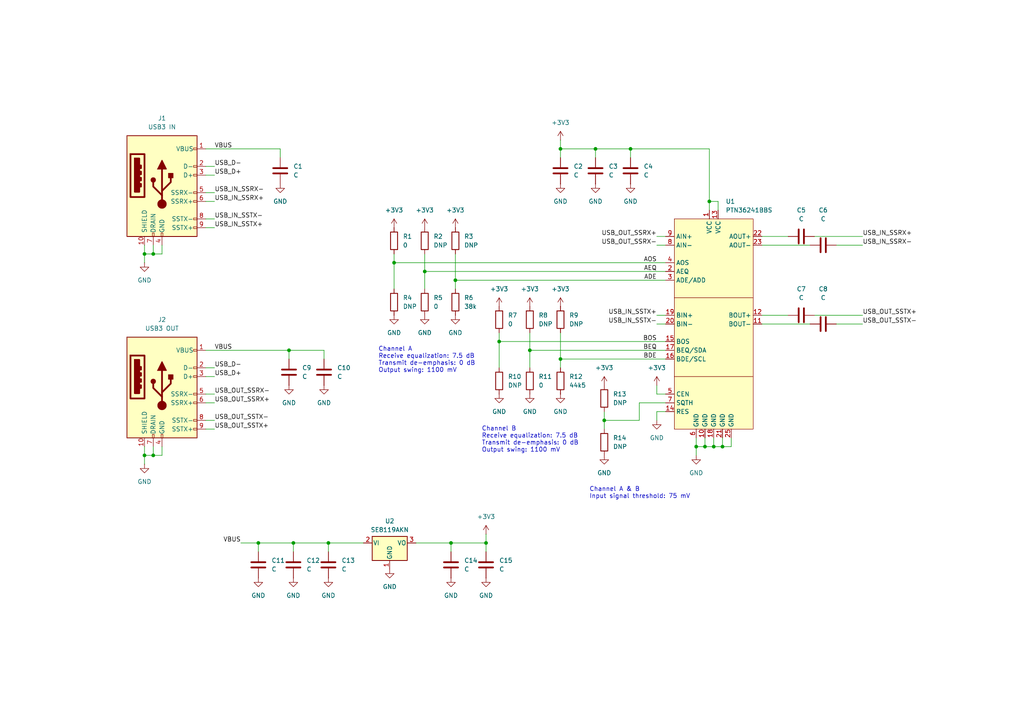
<source format=kicad_sch>
(kicad_sch (version 20231120) (generator "eeschema") (generator_version "8.0")
  (paper "A4")
  (lib_symbols
    (symbol "Connector:USB3_A" (pin_names (offset 1.016))
      (property "Reference" "J" (at -10.16 15.24 0))
      (property "Value" "USB3_A" (at 10.16 15.24 0))
      (symbol "USB3_A_0_0"
        (rectangle (start -9.144 8.636) (end -5.08 -3.81) (stroke (width 0.508)))
        (rectangle (start -7.874 7.366) (end -6.604 -2.286) (stroke (width 0.508)) (fill (type outline)))
        (rectangle (start -6.35 0) (end -6.096 -0.762) (stroke (width 0.508)))
        (rectangle (start -6.35 1.778) (end -6.096 1.016) (stroke (width 0.508)))
        (rectangle (start -6.35 3.556) (end -6.096 2.794) (stroke (width 0.508)))
        (rectangle (start -6.35 5.334) (end -6.096 4.572) (stroke (width 0.508)))
        (rectangle (start -2.794 -15.24) (end -2.286 -14.224))
        (rectangle (start -0.254 -15.24) (end 0.254 -14.224))
        (rectangle (start 10.16 -12.446) (end 9.144 -12.954))
        (rectangle (start 10.16 -9.906) (end 9.144 -10.414))
        (rectangle (start 10.16 -4.826) (end 9.144 -5.334))
        (rectangle (start 10.16 -2.286) (end 9.144 -2.794))
        (rectangle (start 10.16 2.794) (end 9.144 2.286))
        (rectangle (start 10.16 5.334) (end 9.144 4.826))
        (rectangle (start 10.16 10.414) (end 9.144 9.906))
      )
      (symbol "USB3_A_0_1"
        (rectangle (start -10.16 13.97) (end 10.16 -15.24) (stroke (width 0.254)) (fill (type background)))
      )
      (symbol "USB3_A_1_1"
        (circle (center -2.54 1.143) (radius 0.635) (stroke (width 0.254)) (fill (type outline)))
        (circle (center 0 -5.842) (radius 1.27) (fill (type outline)))
        (polyline (pts (xy 0 -5.842) (xy 0 4.318)) (stroke (width 0.508)))
        (polyline (pts (xy 0 -3.302) (xy -2.54 -0.762) (xy -2.54 0.508)) (stroke (width 0.508)))
        (polyline (pts (xy 0 -2.032) (xy 2.54 0.508) (xy 2.54 1.778)) (stroke (width 0.508)))
        (polyline (pts (xy -1.27 4.318) (xy 0 6.858) (xy 1.27 4.318) (xy -1.27 4.318)) (stroke (width 0.254)) (fill (type outline)))
        (rectangle (start 1.905 1.778) (end 3.175 3.048) (stroke (width 0.254)) (fill (type outline)))
        (pin power_in line (at 12.7 10.16 180) (length 2.54) (name "VBUS") (number "1"))
        (pin passive line (at -5.08 -17.78 90) (length 2.54) (name "SHIELD") (number "10"))
        (pin bidirectional line (at 12.7 5.08 180) (length 2.54) (name "D-") (number "2"))
        (pin bidirectional line (at 12.7 2.54 180) (length 2.54) (name "D+") (number "3"))
        (pin power_in line (at 0 -17.78 90) (length 2.54) (name "GND") (number "4"))
        (pin output line (at 12.7 -2.54 180) (length 2.54) (name "SSRX-") (number "5"))
        (pin output line (at 12.7 -5.08 180) (length 2.54) (name "SSRX+") (number "6"))
        (pin passive line (at -2.54 -17.78 90) (length 2.54) (name "DRAIN") (number "7"))
        (pin input line (at 12.7 -10.16 180) (length 2.54) (name "SSTX-") (number "8"))
        (pin input line (at 12.7 -12.7 180) (length 2.54) (name "SSTX+") (number "9"))
      )
    )
    (symbol "Device:C" (pin_numbers hide) (pin_names (offset 0.254))
      (property "Reference" "C" (at 0.635 2.54 0))
      (property "Value" "C" (at 0.635 -2.54 0))
      (symbol "C_0_1"
        (polyline (pts (xy -2.032 -0.762) (xy 2.032 -0.762)) (stroke (width 0.508)))
        (polyline (pts (xy -2.032 0.762) (xy 2.032 0.762)) (stroke (width 0.508)))
      )
      (symbol "C_1_1"
        (pin passive line (at 0 3.81 270) (length 2.794) (name "~") (number "1"))
        (pin passive line (at 0 -3.81 90) (length 2.794) (name "~") (number "2"))
      )
    )
    (symbol "Device:R" (pin_numbers hide) (pin_names (offset 0))
      (property "Reference" "R" (at 2.032 0 90))
      (property "Value" "R" (at 0 0 90))
      (symbol "R_0_1"
        (rectangle (start -1.016 -2.54) (end 1.016 2.54) (stroke (width 0.254)))
      )
      (symbol "R_1_1"
        (pin passive line (at 0 3.81 270) (length 1.27) (name "~") (number "1"))
        (pin passive line (at 0 -3.81 90) (length 1.27) (name "~") (number "2"))
      )
    )
    (symbol "Regulator_Linear:MCP1703Ax-330xxMB" (pin_names (offset 0.254))
      (property "Reference" "U" (at -3.81 3.175 0))
      (property "Value" "MCP1703Ax-330xxMB" (at 0 3.175 0))
      (symbol "MCP1703Ax-330xxMB_0_1"
        (rectangle (start -5.08 -5.08) (end 5.08 1.905) (stroke (width 0.254)) (fill (type background)))
      )
      (symbol "MCP1703Ax-330xxMB_1_1"
        (pin power_in line (at 0 -7.62 90) (length 2.54) (name "GND") (number "1"))
        (pin power_in line (at -7.62 0 0) (length 2.54) (name "VI") (number "2"))
        (pin power_out line (at 7.62 0 180) (length 2.54) (name "VO") (number "3"))
      )
    )
    (symbol "ng_interface_usb:PTN36241BBS"
      (property "Reference" "U" (at 4.318 32.512 0))
      (property "Value" "PTN36241BBS" (at 4.318 30.48 0))
      (symbol "PTN36241BBS_0_1"
        (polyline (pts (xy -11.43 -16.51) (xy 11.43 -16.51)))
        (polyline (pts (xy -11.43 6.35) (xy 11.43 6.35)))
      )
      (symbol "PTN36241BBS_1_1"
        (rectangle (start -11.43 29.21) (end 11.43 -31.75) (fill (type background)))
        (pin power_in line (at -1.27 31.75 270) (length 2.54) (name "VCC") (number "1"))
        (pin power_in line (at -2.54 -34.29 90) (length 2.54) (name "GND") (number "10"))
        (pin output line (at 13.97 -1.27 180) (length 2.54) (name "BOUT-") (number "11"))
        (pin output line (at 13.97 1.27 180) (length 2.54) (name "BOUT+") (number "12"))
        (pin power_in line (at 1.27 31.75 270) (length 2.54) (name "VCC") (number "13"))
        (pin input line (at -13.97 -26.67 0) (length 2.54) (name "RES") (number "14"))
        (pin input line (at -13.97 -6.35 0) (length 2.54) (name "BOS") (number "15"))
        (pin input line (at -13.97 -11.43 0) (length 2.54) (name "BDE/SCL") (number "16"))
        (pin input line (at -13.97 -8.89 0) (length 2.54) (name "BEQ/SDA") (number "17"))
        (pin power_in line (at 0 -34.29 90) (length 2.54) (name "GND") (number "18"))
        (pin input line (at -13.97 1.27 0) (length 2.54) (name "BIN+") (number "19"))
        (pin input line (at -13.97 13.97 0) (length 2.54) (name "AEQ") (number "2"))
        (pin input line (at -13.97 -1.27 0) (length 2.54) (name "BIN-") (number "20"))
        (pin power_in line (at 2.54 -34.29 90) (length 2.54) (name "GND") (number "21"))
        (pin output line (at 13.97 24.13 180) (length 2.54) (name "AOUT+") (number "22"))
        (pin output line (at 13.97 21.59 180) (length 2.54) (name "AOUT-") (number "23"))
        (pin no_connect line (at 13.97 -21.59 180) (length 2.54) hide (name "NC") (number "24"))
        (pin power_in line (at 5.08 -34.29 90) (length 2.54) (name "GND") (number "25"))
        (pin input line (at -13.97 11.43 0) (length 2.54) (name "ADE/ADD") (number "3"))
        (pin input line (at -13.97 16.51 0) (length 2.54) (name "AOS") (number "4"))
        (pin input line (at -13.97 -21.59 0) (length 2.54) (name "CEN") (number "5"))
        (pin power_in line (at -5.08 -34.29 90) (length 2.54) (name "GND") (number "6"))
        (pin input line (at -13.97 -24.13 0) (length 2.54) (name "SQTH") (number "7"))
        (pin input line (at -13.97 21.59 0) (length 2.54) (name "AIN-") (number "8"))
        (pin input line (at -13.97 24.13 0) (length 2.54) (name "AIN+") (number "9"))
      )
    )
    (symbol "power:+3V3" (power) (pin_numbers hide) (pin_names (offset 0) hide)
      (property "Value" "+3V3" (at 0 3.556 0))
      (symbol "+3V3_0_1"
        (polyline (pts (xy -0.762 1.27) (xy 0 2.54)))
        (polyline (pts (xy 0 0) (xy 0 2.54)))
        (polyline (pts (xy 0 2.54) (xy 0.762 1.27)))
      )
      (symbol "+3V3_1_1"
        (pin power_in line (at 0 0 90) (length 0) (name "~") (number "1"))
      )
    )
    (symbol "power:GND" (power) (pin_numbers hide) (pin_names (offset 0) hide)
      (property "Value" "GND" (at 0 -3.81 0))
      (symbol "GND_0_1"
        (polyline (pts (xy 0 0) (xy 0 -1.27) (xy 1.27 -1.27) (xy 0 -2.54) (xy -1.27 -1.27) (xy 0 -1.27)))
      )
      (symbol "GND_1_1"
        (pin power_in line (at 0 0 270) (length 0) (name "~") (number "1"))
      )
    )
  )
  (junction (at 44.45 73.66))
  (junction (at 44.45 132.08))
  (junction (at 205.74 58.42))
  (junction (at 130.81 157.48))
  (junction (at 201.93 129.54))
  (junction (at 144.78 99.06))
  (junction (at 209.55 129.54))
  (junction (at 172.72 43.18))
  (junction (at 83.82 101.6))
  (junction (at 123.19 78.74))
  (junction (at 95.25 157.48))
  (junction (at 207.01 129.54))
  (junction (at 132.08 81.28))
  (junction (at 175.26 121.92))
  (junction (at 182.88 43.18))
  (junction (at 41.91 73.66))
  (junction (at 162.56 43.18))
  (junction (at 114.3 76.2))
  (junction (at 140.97 157.48))
  (junction (at 41.91 132.08))
  (junction (at 85.09 157.48))
  (junction (at 74.93 157.48))
  (junction (at 153.67 101.6))
  (junction (at 204.47 129.54))
  (junction (at 162.56 104.14))
  (wire (pts (xy 201.93 129.54) (xy 201.93 132.08)))
  (wire (pts (xy 190.5 111.76) (xy 190.5 114.3)))
  (wire (pts (xy 41.91 132.08) (xy 41.91 134.62)))
  (wire (pts (xy 144.78 99.06) (xy 144.78 106.68)))
  (wire (pts (xy 220.98 68.58) (xy 228.6 68.58)))
  (wire (pts (xy 182.88 43.18) (xy 205.74 43.18)))
  (wire (pts (xy 44.45 132.08) (xy 46.99 132.08)))
  (wire (pts (xy 95.25 157.48) (xy 95.25 160.02)))
  (wire (pts (xy 162.56 43.18) (xy 172.72 43.18)))
  (wire (pts (xy 95.25 157.48) (xy 85.09 157.48)))
  (wire (pts (xy 190.5 68.58) (xy 193.04 68.58)))
  (wire (pts (xy 44.45 71.12) (xy 44.45 73.66)))
  (wire (pts (xy 205.74 43.18) (xy 205.74 58.42)))
  (wire (pts (xy 242.57 93.98) (xy 250.19 93.98)))
  (wire (pts (xy 205.74 58.42) (xy 208.28 58.42)))
  (wire (pts (xy 44.45 73.66) (xy 46.99 73.66)))
  (wire (pts (xy 190.5 119.38) (xy 190.5 121.92)))
  (wire (pts (xy 190.5 71.12) (xy 193.04 71.12)))
  (wire (pts (xy 41.91 129.54) (xy 41.91 132.08)))
  (wire (pts (xy 59.69 66.04) (xy 62.23 66.04)))
  (wire (pts (xy 185.42 121.92) (xy 185.42 116.84)))
  (wire (pts (xy 132.08 73.66) (xy 132.08 81.28)))
  (wire (pts (xy 140.97 157.48) (xy 140.97 160.02)))
  (wire (pts (xy 59.69 48.26) (xy 62.23 48.26)))
  (wire (pts (xy 201.93 129.54) (xy 204.47 129.54)))
  (wire (pts (xy 130.81 157.48) (xy 140.97 157.48)))
  (wire (pts (xy 207.01 127) (xy 207.01 129.54)))
  (wire (pts (xy 83.82 101.6) (xy 93.98 101.6)))
  (wire (pts (xy 204.47 127) (xy 204.47 129.54)))
  (wire (pts (xy 59.69 121.92) (xy 62.23 121.92)))
  (wire (pts (xy 85.09 157.48) (xy 74.93 157.48)))
  (wire (pts (xy 81.28 43.18) (xy 81.28 45.72)))
  (wire (pts (xy 114.3 76.2) (xy 193.04 76.2)))
  (wire (pts (xy 220.98 91.44) (xy 228.6 91.44)))
  (wire (pts (xy 162.56 104.14) (xy 193.04 104.14)))
  (wire (pts (xy 175.26 121.92) (xy 185.42 121.92)))
  (wire (pts (xy 59.69 55.88) (xy 62.23 55.88)))
  (wire (pts (xy 59.69 43.18) (xy 81.28 43.18)))
  (wire (pts (xy 41.91 132.08) (xy 44.45 132.08)))
  (wire (pts (xy 59.69 50.8) (xy 62.23 50.8)))
  (wire (pts (xy 208.28 58.42) (xy 208.28 60.96)))
  (wire (pts (xy 153.67 101.6) (xy 193.04 101.6)))
  (wire (pts (xy 59.69 109.22) (xy 62.23 109.22)))
  (wire (pts (xy 123.19 78.74) (xy 193.04 78.74)))
  (wire (pts (xy 114.3 73.66) (xy 114.3 76.2)))
  (wire (pts (xy 190.5 91.44) (xy 193.04 91.44)))
  (wire (pts (xy 41.91 71.12) (xy 41.91 73.66)))
  (wire (pts (xy 144.78 99.06) (xy 193.04 99.06)))
  (wire (pts (xy 93.98 101.6) (xy 93.98 104.14)))
  (wire (pts (xy 59.69 58.42) (xy 62.23 58.42)))
  (wire (pts (xy 190.5 93.98) (xy 193.04 93.98)))
  (wire (pts (xy 153.67 101.6) (xy 153.67 106.68)))
  (wire (pts (xy 201.93 127) (xy 201.93 129.54)))
  (wire (pts (xy 190.5 114.3) (xy 193.04 114.3)))
  (wire (pts (xy 162.56 104.14) (xy 162.56 106.68)))
  (wire (pts (xy 209.55 127) (xy 209.55 129.54)))
  (wire (pts (xy 205.74 60.96) (xy 205.74 58.42)))
  (wire (pts (xy 175.26 121.92) (xy 175.26 124.46)))
  (wire (pts (xy 46.99 71.12) (xy 46.99 73.66)))
  (wire (pts (xy 123.19 78.74) (xy 123.19 83.82)))
  (wire (pts (xy 130.81 157.48) (xy 130.81 160.02)))
  (wire (pts (xy 41.91 73.66) (xy 44.45 73.66)))
  (wire (pts (xy 236.22 68.58) (xy 250.19 68.58)))
  (wire (pts (xy 105.41 157.48) (xy 95.25 157.48)))
  (wire (pts (xy 182.88 43.18) (xy 182.88 45.72)))
  (wire (pts (xy 41.91 73.66) (xy 41.91 76.2)))
  (wire (pts (xy 132.08 81.28) (xy 193.04 81.28)))
  (wire (pts (xy 59.69 101.6) (xy 83.82 101.6)))
  (wire (pts (xy 172.72 43.18) (xy 172.72 45.72)))
  (wire (pts (xy 74.93 157.48) (xy 74.93 160.02)))
  (wire (pts (xy 83.82 101.6) (xy 83.82 104.14)))
  (wire (pts (xy 193.04 119.38) (xy 190.5 119.38)))
  (wire (pts (xy 120.65 157.48) (xy 130.81 157.48)))
  (wire (pts (xy 204.47 129.54) (xy 207.01 129.54)))
  (wire (pts (xy 46.99 129.54) (xy 46.99 132.08)))
  (wire (pts (xy 209.55 129.54) (xy 212.09 129.54)))
  (wire (pts (xy 59.69 63.5) (xy 62.23 63.5)))
  (wire (pts (xy 114.3 76.2) (xy 114.3 83.82)))
  (wire (pts (xy 44.45 129.54) (xy 44.45 132.08)))
  (wire (pts (xy 172.72 43.18) (xy 182.88 43.18)))
  (wire (pts (xy 59.69 114.3) (xy 62.23 114.3)))
  (wire (pts (xy 162.56 96.52) (xy 162.56 104.14)))
  (wire (pts (xy 59.69 124.46) (xy 62.23 124.46)))
  (wire (pts (xy 212.09 129.54) (xy 212.09 127)))
  (wire (pts (xy 85.09 157.48) (xy 85.09 160.02)))
  (wire (pts (xy 236.22 91.44) (xy 250.19 91.44)))
  (wire (pts (xy 144.78 96.52) (xy 144.78 99.06)))
  (wire (pts (xy 220.98 93.98) (xy 234.95 93.98)))
  (wire (pts (xy 59.69 106.68) (xy 62.23 106.68)))
  (wire (pts (xy 162.56 40.64) (xy 162.56 43.18)))
  (wire (pts (xy 220.98 71.12) (xy 234.95 71.12)))
  (wire (pts (xy 242.57 71.12) (xy 250.19 71.12)))
  (wire (pts (xy 69.85 157.48) (xy 74.93 157.48)))
  (wire (pts (xy 162.56 45.72) (xy 162.56 43.18)))
  (wire (pts (xy 132.08 81.28) (xy 132.08 83.82)))
  (wire (pts (xy 123.19 73.66) (xy 123.19 78.74)))
  (wire (pts (xy 175.26 119.38) (xy 175.26 121.92)))
  (wire (pts (xy 59.69 116.84) (xy 62.23 116.84)))
  (wire (pts (xy 140.97 154.94) (xy 140.97 157.48)))
  (wire (pts (xy 207.01 129.54) (xy 209.55 129.54)))
  (wire (pts (xy 185.42 116.84) (xy 193.04 116.84)))
  (wire (pts (xy 153.67 96.52) (xy 153.67 101.6)))
  (text "Channel B\nReceive equalization: 7.5 dB\nTransmit de-emphasis: 0 dB\nOutput swing: 1100 mV\n" (at 139.7 127.508 0) (effects (font (size 1.27 1.27)) (justify left)))
  (text "Channel A & B\nInput signal threshold: 75 mV" (at 170.942 143.002 0) (effects (font (size 1.27 1.27)) (justify left)))
  (text "Channel A\nReceive equalization: 7.5 dB\nTransmit de-emphasis: 0 dB\nOutput swing: 1100 mV\n" (at 109.728 104.394 0) (effects (font (size 1.27 1.27)) (justify left)))
  (label "USB_IN_SSRX-" (at 62.23 55.88 0))
  (label "BEQ" (at 190.5 101.6 180))
  (label "USB_IN_SSTX-" (at 62.23 63.5 0))
  (label "USB_IN_SSRX-" (at 250.19 71.12 0))
  (label "USB_OUT_SSRX-" (at 190.5 71.12 180))
  (label "BOS" (at 190.5 99.06 180))
  (label "USB_OUT_SSTX-" (at 250.19 93.98 0))
  (label "USB_D-" (at 62.23 106.68 0))
  (label "VBUS" (at 62.23 101.6 0))
  (label "VBUS" (at 69.85 157.48 180))
  (label "USB_D+" (at 62.23 109.22 0))
  (label "USB_IN_SSTX+" (at 190.5 91.44 180))
  (label "USB_IN_SSRX+" (at 250.19 68.58 0))
  (label "VBUS" (at 62.23 43.18 0))
  (label "USB_IN_SSTX+" (at 62.23 66.04 0))
  (label "USB_OUT_SSRX-" (at 62.23 114.3 0))
  (label "AEQ" (at 190.5 78.74 180))
  (label "AOS" (at 190.5 76.2 180))
  (label "USB_OUT_SSRX+" (at 62.23 116.84 0))
  (label "USB_OUT_SSTX+" (at 62.23 124.46 0))
  (label "USB_OUT_SSTX-" (at 62.23 121.92 0))
  (label "USB_IN_SSRX+" (at 62.23 58.42 0))
  (label "USB_OUT_SSTX+" (at 250.19 91.44 0))
  (label "USB_OUT_SSRX+" (at 190.5 68.58 180))
  (label "USB_D-" (at 62.23 48.26 0))
  (label "ADE" (at 190.5 81.28 180))
  (label "USB_IN_SSTX-" (at 190.5 93.98 180))
  (label "BDE" (at 190.5 104.14 180))
  (label "USB_D+" (at 62.23 50.8 0))
  (symbol (lib_id "Device:C") (at 232.41 68.58 90) (unit 1)
    (property "Reference" "C5" (at 232.41 60.96 90))
    (property "Value" "C" (at 232.41 63.5 90))
    (property "Description" "Unpolarized capacitor" (effects (hide yes)))
  )
  (symbol (lib_id "Device:C") (at 140.97 163.83 0) (unit 1)
    (property "Reference" "C15" (at 144.78 162.5599 0) (effects (justify left)))
    (property "Value" "C" (at 144.78 165.0999 0) (effects (justify left)))
    (property "Description" "Unpolarized capacitor" (effects (hide yes)))
  )
  (symbol (lib_id "power:GND") (at 74.93 167.64 0) (unit 1)
    (property "Reference" "#PWR029" (effects (hide yes)))
    (property "Value" "GND" (at 74.93 172.72 0))
    (property "Description" "Power symbol creates a global label with name \"GND\" , ground" (effects (hide yes)))
  )
  (symbol (lib_id "power:GND") (at 175.26 132.08 0) (unit 1)
    (property "Reference" "#PWR024" (effects (hide yes)))
    (property "Value" "GND" (at 175.26 137.16 0))
    (property "Description" "Power symbol creates a global label with name \"GND\" , ground" (effects (hide yes)))
  )
  (symbol (lib_id "power:+3V3") (at 123.19 66.04 0) (unit 1)
    (property "Reference" "#PWR07" (effects (hide yes)))
    (property "Value" "+3V3" (at 123.19 60.96 0))
    (property "Description" "Power symbol creates a global label with name \"+3V3\"" (effects (hide yes)))
  )
  (symbol (lib_id "Device:R") (at 114.3 69.85 0) (unit 1)
    (property "Reference" "R1" (at 116.84 68.5799 0) (effects (justify left)))
    (property "Value" "0" (at 116.84 71.1199 0) (effects (justify left)))
    (property "Description" "Resistor" (effects (hide yes)))
  )
  (symbol (lib_id "power:GND") (at 153.67 114.3 0) (unit 1)
    (property "Reference" "#PWR021" (effects (hide yes)))
    (property "Value" "GND" (at 153.67 119.38 0))
    (property "Description" "Power symbol creates a global label with name \"GND\" , ground" (effects (hide yes)))
  )
  (symbol (lib_id "Device:C") (at 232.41 91.44 90) (unit 1)
    (property "Reference" "C7" (at 232.41 83.82 90))
    (property "Value" "C" (at 232.41 86.36 90))
    (property "Description" "Unpolarized capacitor" (effects (hide yes)))
  )
  (symbol (lib_id "Device:R") (at 153.67 110.49 0) (unit 1)
    (property "Reference" "R11" (at 156.21 109.2199 0) (effects (justify left)))
    (property "Value" "0" (at 156.21 111.7599 0) (effects (justify left)))
    (property "Description" "Resistor" (effects (hide yes)))
  )
  (symbol (lib_id "Device:R") (at 132.08 87.63 0) (unit 1)
    (property "Reference" "R6" (at 134.62 86.3599 0) (effects (justify left)))
    (property "Value" "38k" (at 134.62 88.8999 0) (effects (justify left)))
    (property "Description" "Resistor" (effects (hide yes)))
  )
  (symbol (lib_id "Device:R") (at 123.19 69.85 0) (unit 1)
    (property "Reference" "R2" (at 125.73 68.5799 0) (effects (justify left)))
    (property "Value" "DNP" (at 125.73 71.1199 0) (effects (justify left)))
    (property "Description" "Resistor" (effects (hide yes)))
  )
  (symbol (lib_id "ng_interface_usb:PTN36241BBS") (at 207.01 92.71 0) (unit 1)
    (property "Reference" "U1" (at 210.4741 58.42 0) (effects (justify left)))
    (property "Value" "PTN36241BBS" (at 210.4741 60.96 0) (effects (justify left)))
    (property "Footprint" "Package_DFN_QFN:HVQFN-24-1EP_4x4mm_P0.5mm_EP2.5x2.5mm_ThermalVias" (effects (hide yes)))
    (property "Datasheet" "https://www.nxp.com/docs/en/data-sheet/PTN36241B.pdf" (effects (hide yes)))
    (property "Description" "SuperSpeed USB 3.0 redriver" (effects (hide yes)))
  )
  (symbol (lib_id "power:GND") (at 190.5 121.92 0) (unit 1)
    (property "Reference" "#PWR023" (effects (hide yes)))
    (property "Value" "GND" (at 190.5 127 0))
    (property "Description" "Power symbol creates a global label with name \"GND\" , ground" (effects (hide yes)))
  )
  (symbol (lib_id "Device:C") (at 83.82 107.95 0) (unit 1)
    (property "Reference" "C9" (at 87.63 106.6799 0) (effects (justify left)))
    (property "Value" "C" (at 87.63 109.2199 0) (effects (justify left)))
    (property "Description" "Unpolarized capacitor" (effects (hide yes)))
  )
  (symbol (lib_id "power:GND") (at 123.19 91.44 0) (unit 1)
    (property "Reference" "#PWR014" (effects (hide yes)))
    (property "Value" "GND" (at 123.19 96.52 0))
    (property "Description" "Power symbol creates a global label with name \"GND\" , ground" (effects (hide yes)))
  )
  (symbol (lib_id "Connector:USB3_A") (at 46.99 53.34 0) (unit 1)
    (property "Reference" "J1" (at 46.99 34.29 0))
    (property "Value" "USB3 IN" (at 46.99 36.83 0))
    (property "Footprint" "local_connector_usb:USB3_A_Plug_Wuerth_692112030100_Horizontal" (effects (hide yes)))
    (property "Description" "USB 3.0 A connector" (effects (hide yes)))
    (property "MFR" "Wurth" (effects (hide yes)))
    (property "MPN" "692112030100" (effects (hide yes)))
  )
  (symbol (lib_id "power:GND") (at 162.56 53.34 0) (unit 1)
    (property "Reference" "#PWR03" (effects (hide yes)))
    (property "Value" "GND" (at 162.56 58.42 0))
    (property "Description" "Power symbol creates a global label with name \"GND\" , ground" (effects (hide yes)))
  )
  (symbol (lib_id "power:+3V3") (at 162.56 88.9 0) (unit 1)
    (property "Reference" "#PWR012" (effects (hide yes)))
    (property "Value" "+3V3" (at 162.56 83.82 0))
    (property "Description" "Power symbol creates a global label with name \"+3V3\"" (effects (hide yes)))
  )
  (symbol (lib_id "power:+3V3") (at 162.56 40.64 0) (unit 1)
    (property "Reference" "#PWR01" (effects (hide yes)))
    (property "Value" "+3V3" (at 162.56 35.56 0))
    (property "Description" "Power symbol creates a global label with name \"+3V3\"" (effects (hide yes)))
  )
  (symbol (lib_id "power:+3V3") (at 175.26 111.76 0) (unit 1)
    (property "Reference" "#PWR018" (effects (hide yes)))
    (property "Value" "+3V3" (at 175.26 106.68 0))
    (property "Description" "Power symbol creates a global label with name \"+3V3\"" (effects (hide yes)))
  )
  (symbol (lib_id "power:GND") (at 93.98 111.76 0) (unit 1)
    (property "Reference" "#PWR017" (effects (hide yes)))
    (property "Value" "GND" (at 93.98 116.84 0))
    (property "Description" "Power symbol creates a global label with name \"GND\" , ground" (effects (hide yes)))
  )
  (symbol (lib_id "Device:R") (at 162.56 92.71 0) (unit 1)
    (property "Reference" "R9" (at 165.1 91.4399 0) (effects (justify left)))
    (property "Value" "DNP" (at 165.1 93.9799 0) (effects (justify left)))
    (property "Description" "Resistor" (effects (hide yes)))
  )
  (symbol (lib_id "Device:R") (at 175.26 128.27 0) (unit 1)
    (property "Reference" "R14" (at 177.8 126.9999 0) (effects (justify left)))
    (property "Value" "DNP" (at 177.8 129.5399 0) (effects (justify left)))
    (property "Description" "Resistor" (effects (hide yes)))
  )
  (symbol (lib_id "power:GND") (at 132.08 91.44 0) (unit 1)
    (property "Reference" "#PWR015" (effects (hide yes)))
    (property "Value" "GND" (at 132.08 96.52 0))
    (property "Description" "Power symbol creates a global label with name \"GND\" , ground" (effects (hide yes)))
  )
  (symbol (lib_id "Device:C") (at 162.56 49.53 0) (unit 1)
    (property "Reference" "C2" (at 166.37 48.2599 0) (effects (justify left)))
    (property "Value" "C" (at 166.37 50.7999 0) (effects (justify left)))
    (property "Description" "Unpolarized capacitor" (effects (hide yes)))
  )
  (symbol (lib_id "power:GND") (at 130.81 167.64 0) (unit 1)
    (property "Reference" "#PWR032" (effects (hide yes)))
    (property "Value" "GND" (at 130.81 172.72 0))
    (property "Description" "Power symbol creates a global label with name \"GND\" , ground" (effects (hide yes)))
  )
  (symbol (lib_id "Device:R") (at 175.26 115.57 0) (unit 1)
    (property "Reference" "R13" (at 177.8 114.2999 0) (effects (justify left)))
    (property "Value" "DNP" (at 177.8 116.8399 0) (effects (justify left)))
    (property "Description" "Resistor" (effects (hide yes)))
  )
  (symbol (lib_id "power:GND") (at 182.88 53.34 0) (unit 1)
    (property "Reference" "#PWR05" (effects (hide yes)))
    (property "Value" "GND" (at 182.88 58.42 0))
    (property "Description" "Power symbol creates a global label with name \"GND\" , ground" (effects (hide yes)))
  )
  (symbol (lib_id "Device:C") (at 172.72 49.53 0) (unit 1)
    (property "Reference" "C3" (at 176.53 48.2599 0) (effects (justify left)))
    (property "Value" "C" (at 176.53 50.7999 0) (effects (justify left)))
    (property "Description" "Unpolarized capacitor" (effects (hide yes)))
  )
  (symbol (lib_id "Connector:USB3_A") (at 46.99 111.76 0) (unit 1)
    (property "Reference" "J2" (at 46.99 92.71 0))
    (property "Value" "USB3 OUT" (at 46.99 95.25 0))
    (property "Footprint" "local_connector_usb:USB3_A_Receptacle_Wuerth_692122030100" (effects (hide yes)))
    (property "Description" "USB 3.0 A connector" (effects (hide yes)))
    (property "MFR" "Wurth" (effects (hide yes)))
    (property "MPN" "692122030100" (effects (hide yes)))
  )
  (symbol (lib_id "power:+3V3") (at 190.5 111.76 0) (unit 1)
    (property "Reference" "#PWR019" (effects (hide yes)))
    (property "Value" "+3V3" (at 190.5 106.68 0))
    (property "Description" "Power symbol creates a global label with name \"+3V3\"" (effects (hide yes)))
  )
  (symbol (lib_id "Device:C") (at 130.81 163.83 0) (unit 1)
    (property "Reference" "C14" (at 134.62 162.5599 0) (effects (justify left)))
    (property "Value" "C" (at 134.62 165.0999 0) (effects (justify left)))
    (property "Description" "Unpolarized capacitor" (effects (hide yes)))
  )
  (symbol (lib_id "power:GND") (at 81.28 53.34 0) (unit 1)
    (property "Reference" "#PWR02" (effects (hide yes)))
    (property "Value" "GND" (at 81.28 58.42 0))
    (property "Description" "Power symbol creates a global label with name \"GND\" , ground" (effects (hide yes)))
  )
  (symbol (lib_id "Regulator_Linear:MCP1703Ax-330xxMB") (at 113.03 157.48 0) (unit 1)
    (property "Reference" "U2" (at 113.03 151.13 0))
    (property "Value" "SE8119AKN" (at 113.03 153.67 0))
    (property "Footprint" "Package_TO_SOT_SMD:SOT-89-3" (effects (hide yes)))
    (property "Datasheet" "http://ww1.microchip.com/downloads/en/DeviceDoc/20005122B.pdf" (effects (hide yes)))
    (property "Description" "Low Quiescent Current LDO Regulator, 3.3V, 250mA, Vin<=16V, SOT-89" (effects (hide yes)))
  )
  (symbol (lib_id "Device:C") (at 74.93 163.83 0) (unit 1)
    (property "Reference" "C11" (at 78.74 162.5599 0) (effects (justify left)))
    (property "Value" "C" (at 78.74 165.0999 0) (effects (justify left)))
    (property "Description" "Unpolarized capacitor" (effects (hide yes)))
  )
  (symbol (lib_id "power:+3V3") (at 140.97 154.94 0) (unit 1)
    (property "Reference" "#PWR027" (effects (hide yes)))
    (property "Value" "+3V3" (at 140.97 149.86 0))
    (property "Description" "Power symbol creates a global label with name \"+3V3\"" (effects (hide yes)))
  )
  (symbol (lib_id "Device:C") (at 95.25 163.83 0) (unit 1)
    (property "Reference" "C13" (at 99.06 162.5599 0) (effects (justify left)))
    (property "Value" "C" (at 99.06 165.0999 0) (effects (justify left)))
    (property "Description" "Unpolarized capacitor" (effects (hide yes)))
  )
  (symbol (lib_id "Device:R") (at 162.56 110.49 0) (unit 1)
    (property "Reference" "R12" (at 165.1 109.2199 0) (effects (justify left)))
    (property "Value" "44k5" (at 165.1 111.7599 0) (effects (justify left)))
    (property "Description" "Resistor" (effects (hide yes)))
  )
  (symbol (lib_id "Device:C") (at 93.98 107.95 0) (unit 1)
    (property "Reference" "C10" (at 97.79 106.6799 0) (effects (justify left)))
    (property "Value" "C" (at 97.79 109.2199 0) (effects (justify left)))
    (property "Description" "Unpolarized capacitor" (effects (hide yes)))
  )
  (symbol (lib_id "Device:C") (at 182.88 49.53 0) (unit 1)
    (property "Reference" "C4" (at 186.69 48.2599 0) (effects (justify left)))
    (property "Value" "C" (at 186.69 50.7999 0) (effects (justify left)))
    (property "Description" "Unpolarized capacitor" (effects (hide yes)))
  )
  (symbol (lib_id "power:+3V3") (at 144.78 88.9 0) (unit 1)
    (property "Reference" "#PWR010" (effects (hide yes)))
    (property "Value" "+3V3" (at 144.78 83.82 0))
    (property "Description" "Power symbol creates a global label with name \"+3V3\"" (effects (hide yes)))
  )
  (symbol (lib_id "Device:R") (at 153.67 92.71 0) (unit 1)
    (property "Reference" "R8" (at 156.21 91.4399 0) (effects (justify left)))
    (property "Value" "DNP" (at 156.21 93.9799 0) (effects (justify left)))
    (property "Description" "Resistor" (effects (hide yes)))
  )
  (symbol (lib_id "power:+3V3") (at 132.08 66.04 0) (unit 1)
    (property "Reference" "#PWR08" (effects (hide yes)))
    (property "Value" "+3V3" (at 132.08 60.96 0))
    (property "Description" "Power symbol creates a global label with name \"+3V3\"" (effects (hide yes)))
  )
  (symbol (lib_id "power:GND") (at 113.03 165.1 0) (unit 1)
    (property "Reference" "#PWR028" (effects (hide yes)))
    (property "Value" "GND" (at 113.03 170.18 0))
    (property "Description" "Power symbol creates a global label with name \"GND\" , ground" (effects (hide yes)))
  )
  (symbol (lib_id "power:GND") (at 85.09 167.64 0) (unit 1)
    (property "Reference" "#PWR030" (effects (hide yes)))
    (property "Value" "GND" (at 85.09 172.72 0))
    (property "Description" "Power symbol creates a global label with name \"GND\" , ground" (effects (hide yes)))
  )
  (symbol (lib_id "Device:C") (at 85.09 163.83 0) (unit 1)
    (property "Reference" "C12" (at 88.9 162.5599 0) (effects (justify left)))
    (property "Value" "C" (at 88.9 165.0999 0) (effects (justify left)))
    (property "Description" "Unpolarized capacitor" (effects (hide yes)))
  )
  (symbol (lib_id "power:GND") (at 162.56 114.3 0) (unit 1)
    (property "Reference" "#PWR022" (effects (hide yes)))
    (property "Value" "GND" (at 162.56 119.38 0))
    (property "Description" "Power symbol creates a global label with name \"GND\" , ground" (effects (hide yes)))
  )
  (symbol (lib_id "power:GND") (at 140.97 167.64 0) (unit 1)
    (property "Reference" "#PWR033" (effects (hide yes)))
    (property "Value" "GND" (at 140.97 172.72 0))
    (property "Description" "Power symbol creates a global label with name \"GND\" , ground" (effects (hide yes)))
  )
  (symbol (lib_id "Device:C") (at 238.76 93.98 90) (unit 1)
    (property "Reference" "C8" (at 238.76 83.82 90))
    (property "Value" "C" (at 238.76 86.36 90))
    (property "Description" "Unpolarized capacitor" (effects (hide yes)))
  )
  (symbol (lib_id "Device:C") (at 81.28 49.53 0) (unit 1)
    (property "Reference" "C1" (at 85.09 48.2599 0) (effects (justify left)))
    (property "Value" "C" (at 85.09 50.7999 0) (effects (justify left)))
    (property "Description" "Unpolarized capacitor" (effects (hide yes)))
  )
  (symbol (lib_id "Device:C") (at 238.76 71.12 90) (unit 1)
    (property "Reference" "C6" (at 238.76 60.96 90))
    (property "Value" "C" (at 238.76 63.5 90))
    (property "Description" "Unpolarized capacitor" (effects (hide yes)))
  )
  (symbol (lib_id "power:GND") (at 144.78 114.3 0) (unit 1)
    (property "Reference" "#PWR020" (effects (hide yes)))
    (property "Value" "GND" (at 144.78 119.38 0))
    (property "Description" "Power symbol creates a global label with name \"GND\" , ground" (effects (hide yes)))
  )
  (symbol (lib_id "power:GND") (at 201.93 132.08 0) (unit 1)
    (property "Reference" "#PWR025" (effects (hide yes)))
    (property "Value" "GND" (at 201.93 137.16 0))
    (property "Description" "Power symbol creates a global label with name \"GND\" , ground" (effects (hide yes)))
  )
  (symbol (lib_id "Device:R") (at 123.19 87.63 0) (unit 1)
    (property "Reference" "R5" (at 125.73 86.3599 0) (effects (justify left)))
    (property "Value" "0" (at 125.73 88.8999 0) (effects (justify left)))
    (property "Description" "Resistor" (effects (hide yes)))
  )
  (symbol (lib_id "power:+3V3") (at 153.67 88.9 0) (unit 1)
    (property "Reference" "#PWR011" (effects (hide yes)))
    (property "Value" "+3V3" (at 153.67 83.82 0))
    (property "Description" "Power symbol creates a global label with name \"+3V3\"" (effects (hide yes)))
  )
  (symbol (lib_id "power:GND") (at 114.3 91.44 0) (unit 1)
    (property "Reference" "#PWR013" (effects (hide yes)))
    (property "Value" "GND" (at 114.3 96.52 0))
    (property "Description" "Power symbol creates a global label with name \"GND\" , ground" (effects (hide yes)))
  )
  (symbol (lib_id "power:GND") (at 95.25 167.64 0) (unit 1)
    (property "Reference" "#PWR031" (effects (hide yes)))
    (property "Value" "GND" (at 95.25 172.72 0))
    (property "Description" "Power symbol creates a global label with name \"GND\" , ground" (effects (hide yes)))
  )
  (symbol (lib_id "power:GND") (at 172.72 53.34 0) (unit 1)
    (property "Reference" "#PWR04" (effects (hide yes)))
    (property "Value" "GND" (at 172.72 58.42 0))
    (property "Description" "Power symbol creates a global label with name \"GND\" , ground" (effects (hide yes)))
  )
  (symbol (lib_id "Device:R") (at 132.08 69.85 0) (unit 1)
    (property "Reference" "R3" (at 134.62 68.5799 0) (effects (justify left)))
    (property "Value" "DNP" (at 134.62 71.1199 0) (effects (justify left)))
    (property "Description" "Resistor" (effects (hide yes)))
  )
  (symbol (lib_id "power:GND") (at 41.91 134.62 0) (unit 1)
    (property "Reference" "#PWR026" (effects (hide yes)))
    (property "Value" "GND" (at 41.91 139.7 0))
    (property "Description" "Power symbol creates a global label with name \"GND\" , ground" (effects (hide yes)))
  )
  (symbol (lib_id "Device:R") (at 144.78 92.71 0) (unit 1)
    (property "Reference" "R7" (at 147.32 91.4399 0) (effects (justify left)))
    (property "Value" "0" (at 147.32 93.9799 0) (effects (justify left)))
    (property "Description" "Resistor" (effects (hide yes)))
  )
  (symbol (lib_id "power:GND") (at 83.82 111.76 0) (unit 1)
    (property "Reference" "#PWR016" (effects (hide yes)))
    (property "Value" "GND" (at 83.82 116.84 0))
    (property "Description" "Power symbol creates a global label with name \"GND\" , ground" (effects (hide yes)))
  )
  (symbol (lib_id "Device:R") (at 144.78 110.49 0) (unit 1)
    (property "Reference" "R10" (at 147.32 109.2199 0) (effects (justify left)))
    (property "Value" "DNP" (at 147.32 111.7599 0) (effects (justify left)))
    (property "Description" "Resistor" (effects (hide yes)))
  )
  (symbol (lib_id "power:+3V3") (at 114.3 66.04 0) (unit 1)
    (property "Reference" "#PWR06" (effects (hide yes)))
    (property "Value" "+3V3" (at 114.3 60.96 0))
    (property "Description" "Power symbol creates a global label with name \"+3V3\"" (effects (hide yes)))
  )
  (symbol (lib_id "Device:R") (at 114.3 87.63 0) (unit 1)
    (property "Reference" "R4" (at 116.84 86.3599 0) (effects (justify left)))
    (property "Value" "DNP" (at 116.84 88.8999 0) (effects (justify left)))
    (property "Description" "Resistor" (effects (hide yes)))
  )
  (symbol (lib_id "power:GND") (at 41.91 76.2 0) (unit 1)
    (property "Reference" "#PWR09" (effects (hide yes)))
    (property "Value" "GND" (at 41.91 81.28 0))
    (property "Description" "Power symbol creates a global label with name \"GND\" , ground" (effects (hide yes)))
  )
)
</source>
